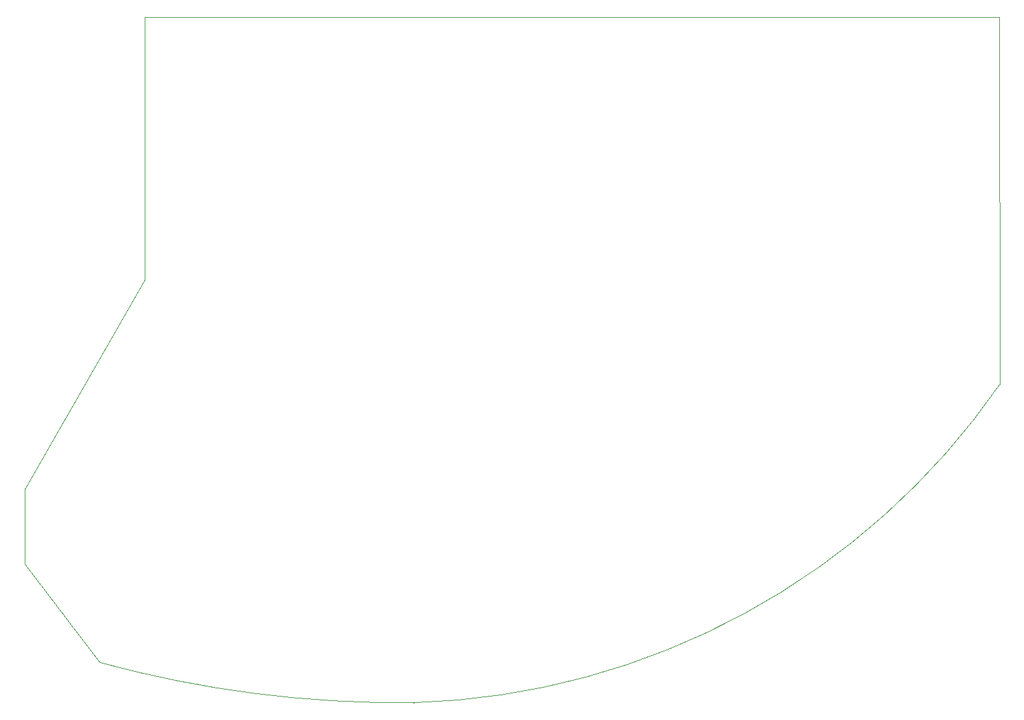
<source format=gbr>
%TF.GenerationSoftware,KiCad,Pcbnew,(5.1.10)-1*%
%TF.CreationDate,2021-06-24T18:33:19-07:00*%
%TF.ProjectId,MiSTer-G3,4d695354-6572-42d4-9733-2e6b69636164,rev?*%
%TF.SameCoordinates,Original*%
%TF.FileFunction,Profile,NP*%
%FSLAX46Y46*%
G04 Gerber Fmt 4.6, Leading zero omitted, Abs format (unit mm)*
G04 Created by KiCad (PCBNEW (5.1.10)-1) date 2021-06-24 18:33:19*
%MOMM*%
%LPD*%
G01*
G04 APERTURE LIST*
%TA.AperFunction,Profile*%
%ADD10C,0.050000*%
%TD*%
G04 APERTURE END LIST*
D10*
X76000000Y-120000000D02*
X86027544Y-133112237D01*
X76000000Y-110000000D02*
X76000000Y-120000000D01*
X127850000Y-138469999D02*
X127924249Y-138477050D01*
X86027544Y-133112237D02*
G75*
G03*
X127850000Y-138469999I39972456J146112237D01*
G01*
X206038751Y-96026792D02*
X206000000Y-47000000D01*
X206038751Y-96026792D02*
G75*
G02*
X127924249Y-138477050I-81038751J56026792D01*
G01*
X191000000Y-47000000D02*
X206000000Y-47000000D01*
X92000000Y-47000000D02*
X191000000Y-47000000D01*
X92000000Y-82000000D02*
X92000000Y-47000000D01*
X76000000Y-110000000D02*
X92000000Y-82000000D01*
M02*

</source>
